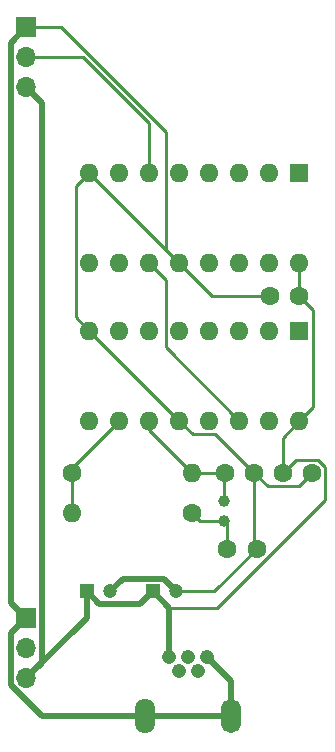
<source format=gtl>
G04 #@! TF.GenerationSoftware,KiCad,Pcbnew,6.0.1-79c1e3a40b~116~ubuntu21.04.1*
G04 #@! TF.CreationDate,2022-02-15T17:09:16-05:00*
G04 #@! TF.ProjectId,signal_generator,7369676e-616c-45f6-9765-6e657261746f,rev?*
G04 #@! TF.SameCoordinates,Original*
G04 #@! TF.FileFunction,Copper,L1,Top*
G04 #@! TF.FilePolarity,Positive*
%FSLAX46Y46*%
G04 Gerber Fmt 4.6, Leading zero omitted, Abs format (unit mm)*
G04 Created by KiCad (PCBNEW 6.0.1-79c1e3a40b~116~ubuntu21.04.1) date 2022-02-15 17:09:16*
%MOMM*%
%LPD*%
G01*
G04 APERTURE LIST*
G04 #@! TA.AperFunction,ComponentPad*
%ADD10C,1.600000*%
G04 #@! TD*
G04 #@! TA.AperFunction,ComponentPad*
%ADD11R,1.700000X1.700000*%
G04 #@! TD*
G04 #@! TA.AperFunction,ComponentPad*
%ADD12O,1.700000X1.700000*%
G04 #@! TD*
G04 #@! TA.AperFunction,ComponentPad*
%ADD13C,1.208000*%
G04 #@! TD*
G04 #@! TA.AperFunction,ComponentPad*
%ADD14O,1.700000X2.900000*%
G04 #@! TD*
G04 #@! TA.AperFunction,ComponentPad*
%ADD15O,1.700000X2.980000*%
G04 #@! TD*
G04 #@! TA.AperFunction,ComponentPad*
%ADD16O,1.600000X1.600000*%
G04 #@! TD*
G04 #@! TA.AperFunction,ComponentPad*
%ADD17R,1.600000X1.600000*%
G04 #@! TD*
G04 #@! TA.AperFunction,ComponentPad*
%ADD18C,1.000000*%
G04 #@! TD*
G04 #@! TA.AperFunction,ComponentPad*
%ADD19R,1.200000X1.200000*%
G04 #@! TD*
G04 #@! TA.AperFunction,ComponentPad*
%ADD20C,1.200000*%
G04 #@! TD*
G04 #@! TA.AperFunction,Conductor*
%ADD21C,0.500000*%
G04 #@! TD*
G04 #@! TA.AperFunction,Conductor*
%ADD22C,0.250000*%
G04 #@! TD*
G04 APERTURE END LIST*
D10*
X104300000Y-110200000D03*
X106800000Y-110200000D03*
X104500000Y-116600000D03*
X107000000Y-116600000D03*
X111700000Y-110200000D03*
X109200000Y-110200000D03*
X108100000Y-95200000D03*
X110600000Y-95200000D03*
D11*
X87500000Y-72460000D03*
D12*
X87500000Y-75000000D03*
X87500000Y-77540000D03*
D11*
X87500000Y-122460000D03*
D12*
X87500000Y-125000000D03*
X87500000Y-127540000D03*
D13*
X99600000Y-125750000D03*
X100400000Y-126950000D03*
X101200000Y-125750000D03*
X102000000Y-126950000D03*
X102800000Y-125750000D03*
D14*
X104850000Y-130800000D03*
D15*
X97550000Y-130800000D03*
D10*
X91400000Y-110200000D03*
D16*
X101560000Y-110200000D03*
D10*
X101560000Y-113600000D03*
D16*
X91400000Y-113600000D03*
D17*
X110630000Y-98130000D03*
D16*
X108090000Y-98130000D03*
X105550000Y-98130000D03*
X103010000Y-98130000D03*
X100470000Y-98130000D03*
X97930000Y-98130000D03*
X95390000Y-98130000D03*
X92850000Y-98130000D03*
X92850000Y-105750000D03*
X95390000Y-105750000D03*
X97930000Y-105750000D03*
X100470000Y-105750000D03*
X103010000Y-105750000D03*
X105550000Y-105750000D03*
X108090000Y-105750000D03*
X110630000Y-105750000D03*
D17*
X110600000Y-84800000D03*
D16*
X108060000Y-84800000D03*
X105520000Y-84800000D03*
X102980000Y-84800000D03*
X100440000Y-84800000D03*
X97900000Y-84800000D03*
X95360000Y-84800000D03*
X92820000Y-84800000D03*
X92820000Y-92420000D03*
X95360000Y-92420000D03*
X97900000Y-92420000D03*
X100440000Y-92420000D03*
X102980000Y-92420000D03*
X105520000Y-92420000D03*
X108060000Y-92420000D03*
X110600000Y-92420000D03*
D18*
X104200000Y-114250000D03*
X104200000Y-112550000D03*
D19*
X92600000Y-120200000D03*
D20*
X94600000Y-120200000D03*
D19*
X98200000Y-120200000D03*
D20*
X100200000Y-120200000D03*
D21*
X86199999Y-123760001D02*
X86199999Y-128164001D01*
D22*
X91694999Y-96974999D02*
X91694999Y-85925001D01*
X92850000Y-98130000D02*
X91694999Y-96974999D01*
X91694999Y-85925001D02*
X92820000Y-84800000D01*
X107925001Y-111325001D02*
X106800000Y-110200000D01*
D21*
X95650001Y-119149999D02*
X99149999Y-119149999D01*
D22*
X111700000Y-110200000D02*
X110574999Y-111325001D01*
D21*
X88835998Y-130800000D02*
X97550000Y-130800000D01*
D22*
X110574999Y-111325001D02*
X107925001Y-111325001D01*
D21*
X86199999Y-73760001D02*
X87500000Y-72460000D01*
X104850000Y-127800000D02*
X104850000Y-130800000D01*
D22*
X103475001Y-106875001D02*
X106800000Y-110200000D01*
D21*
X86199999Y-128164001D02*
X88835998Y-130800000D01*
D22*
X106800000Y-110200000D02*
X106800000Y-116400000D01*
X99314999Y-91294999D02*
X99314999Y-81353587D01*
D21*
X94600000Y-120200000D02*
X95650001Y-119149999D01*
X102800000Y-125750000D02*
X104850000Y-127800000D01*
D22*
X106800000Y-116400000D02*
X107000000Y-116600000D01*
X108100000Y-95200000D02*
X103220000Y-95200000D01*
X99314999Y-81353587D02*
X90421412Y-72460000D01*
X103400000Y-120200000D02*
X100200000Y-120200000D01*
D21*
X86199999Y-121159999D02*
X86199999Y-73760001D01*
X87500000Y-122460000D02*
X86199999Y-121159999D01*
X97550000Y-130800000D02*
X104850000Y-130800000D01*
D22*
X92820000Y-84800000D02*
X100440000Y-92420000D01*
D21*
X99149999Y-119149999D02*
X100200000Y-120200000D01*
D22*
X100470000Y-105750000D02*
X92850000Y-98130000D01*
X107000000Y-116600000D02*
X103400000Y-120200000D01*
D21*
X87500000Y-122460000D02*
X86199999Y-123760001D01*
D22*
X100470000Y-105750000D02*
X101595001Y-106875001D01*
X101595001Y-106875001D02*
X103475001Y-106875001D01*
X100440000Y-92420000D02*
X99314999Y-91294999D01*
X90421412Y-72460000D02*
X87500000Y-72460000D01*
X103220000Y-95200000D02*
X100440000Y-92420000D01*
X104200000Y-110300000D02*
X104300000Y-110200000D01*
X101560000Y-110200000D02*
X97930000Y-106570000D01*
X104200000Y-112550000D02*
X104200000Y-110300000D01*
X97930000Y-106570000D02*
X97930000Y-105750000D01*
X101560000Y-110200000D02*
X104300000Y-110200000D01*
X104500000Y-114550000D02*
X104200000Y-114250000D01*
X104500000Y-116600000D02*
X104500000Y-114550000D01*
X102210000Y-114250000D02*
X101560000Y-113600000D01*
X104200000Y-114250000D02*
X102210000Y-114250000D01*
X112825001Y-112440001D02*
X103665002Y-121600000D01*
X111755001Y-96355001D02*
X110600000Y-95200000D01*
D21*
X88800001Y-78840001D02*
X87500000Y-77540000D01*
D22*
X112240001Y-109074999D02*
X112825001Y-109659999D01*
X109200000Y-110200000D02*
X109200000Y-107180000D01*
D21*
X99600000Y-125750000D02*
X99600000Y-121600000D01*
D22*
X109200000Y-110200000D02*
X110325001Y-109074999D01*
D21*
X92600000Y-120200000D02*
X93650001Y-121250001D01*
D22*
X110325001Y-109074999D02*
X112240001Y-109074999D01*
D21*
X93650001Y-121250001D02*
X97149999Y-121250001D01*
D22*
X103665002Y-121600000D02*
X99600000Y-121600000D01*
D21*
X99600000Y-121600000D02*
X98200000Y-120200000D01*
X92600000Y-122440000D02*
X87500000Y-127540000D01*
D22*
X109200000Y-107180000D02*
X110630000Y-105750000D01*
X111755001Y-104624999D02*
X111755001Y-96355001D01*
X110600000Y-92420000D02*
X110600000Y-95200000D01*
X112825001Y-109659999D02*
X112825001Y-112440001D01*
X110630000Y-105750000D02*
X111755001Y-104624999D01*
D21*
X97149999Y-121250001D02*
X98200000Y-120200000D01*
X88800001Y-126239999D02*
X88800001Y-78840001D01*
X87500000Y-127540000D02*
X88800001Y-126239999D01*
X92600000Y-120200000D02*
X92600000Y-122440000D01*
D22*
X97900000Y-84800000D02*
X97900000Y-80574998D01*
X92325002Y-75000000D02*
X87500000Y-75000000D01*
X97900000Y-80574998D02*
X92325002Y-75000000D01*
X95390000Y-105750000D02*
X91400000Y-109740000D01*
X91400000Y-109740000D02*
X91400000Y-110200000D01*
X91400000Y-113600000D02*
X91400000Y-110200000D01*
X99344999Y-93864999D02*
X99344999Y-99544999D01*
X97900000Y-92420000D02*
X99344999Y-93864999D01*
X99344999Y-99544999D02*
X105550000Y-105750000D01*
M02*

</source>
